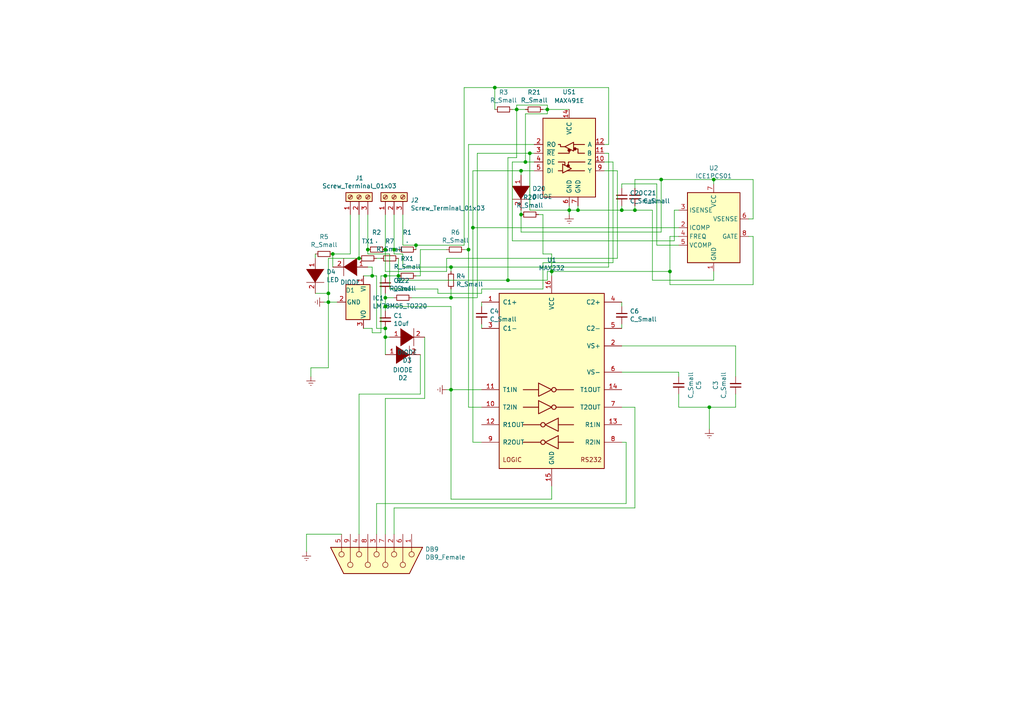
<source format=kicad_sch>
(kicad_sch (version 20230121) (generator eeschema)
  (paper "A4")
  (lib_symbols
    (symbol "6daser-rescue:DB9_Female-Connector" (pin_names (offset 1.016) hide)
      (property "Reference" "J" (at 0 13.97 0))
      (property "Value" "Connector_DB9_Female" (at 0 -14.605 0))
      (symbol "DB9_Female-Connector_0_1"
        (circle (center -1.778 -10.16) (radius 0.762))
        (circle (center -1.778 -5.08) (radius 0.762))
        (circle (center -1.778 0) (radius 0.762))
        (circle (center -1.778 5.08) (radius 0.762))
        (circle (center -1.778 10.16) (radius 0.762))
        (polyline (pts (xy -3.81 -10.16) (xy -2.54 -10.16)))
        (polyline (pts (xy -3.81 -7.62) (xy 0.508 -7.62)))
        (polyline (pts (xy -3.81 -5.08) (xy -2.54 -5.08)))
        (polyline (pts (xy -3.81 -2.54) (xy 0.508 -2.54)))
        (polyline (pts (xy -3.81 0) (xy -2.54 0)))
        (polyline (pts (xy -3.81 2.54) (xy 0.508 2.54)))
        (polyline (pts (xy -3.81 5.08) (xy -2.54 5.08)))
        (polyline (pts (xy -3.81 7.62) (xy 0.508 7.62)))
        (polyline (pts (xy -3.81 10.16) (xy -2.54 10.16)))
        (polyline (pts (xy -3.81 13.335) (xy -3.81 -13.335) (xy 3.81 -9.525) (xy 3.81 9.525) (xy -3.81 13.335)) (stroke (width 0.254)) (fill (type background)))
        (circle (center 1.27 -7.62) (radius 0.762))
        (circle (center 1.27 -2.54) (radius 0.762))
        (circle (center 1.27 2.54) (radius 0.762))
        (circle (center 1.27 7.62) (radius 0.762))
      )
      (symbol "DB9_Female-Connector_1_1"
        (pin passive line (at -7.62 10.16 0) (length 3.81) (name "1") (number "1"))
        (pin passive line (at -7.62 5.08 0) (length 3.81) (name "2") (number "2"))
        (pin passive line (at -7.62 0 0) (length 3.81) (name "3") (number "3"))
        (pin passive line (at -7.62 -5.08 0) (length 3.81) (name "4") (number "4"))
        (pin passive line (at -7.62 -10.16 0) (length 3.81) (name "5") (number "5"))
        (pin passive line (at -7.62 7.62 0) (length 3.81) (name "6") (number "6"))
        (pin passive line (at -7.62 2.54 0) (length 3.81) (name "7") (number "7"))
        (pin passive line (at -7.62 -2.54 0) (length 3.81) (name "8") (number "8"))
        (pin passive line (at -7.62 -7.62 0) (length 3.81) (name "9") (number "9"))
      )
    )
    (symbol "6daser-rescue:DIODE-pspice" (pin_names (offset 1.016) hide)
      (property "Reference" "D" (at 0 3.81 0))
      (property "Value" "pspice_DIODE" (at 0 -4.445 0))
      (symbol "DIODE-pspice_0_1"
        (polyline (pts (xy 1.905 2.54) (xy 1.905 -2.54)))
        (polyline (pts (xy -1.905 2.54) (xy -1.905 -2.54) (xy 1.905 0)) (fill (type outline)))
      )
      (symbol "DIODE-pspice_1_1"
        (pin input line (at -5.08 0 0) (length 3.81) (name "K") (number "1"))
        (pin input line (at 5.08 0 180) (length 3.81) (name "A") (number "2"))
      )
    )
    (symbol "6daser-rescue:MAX491E-Interface_UART" (pin_names (offset 1.016))
      (property "Reference" "U" (at -6.096 11.43 0))
      (property "Value" "Interface_UART_MAX491E" (at 0.762 11.43 0))
      (symbol "MAX491E-Interface_UART_0_1"
        (rectangle (start -7.62 10.16) (end 7.62 -12.7) (stroke (width 0.254)) (fill (type background)))
        (circle (center -0.3048 -3.683) (radius 0.3556) (stroke (width 0.254)) (fill (type outline)))
        (circle (center -0.0254 0.8636) (radius 0.3556) (stroke (width 0.254)) (fill (type outline)))
        (polyline (pts (xy -3.175 -5.08) (xy -1.905 -5.08)) (stroke (width 0.254)))
        (polyline (pts (xy -1.27 -3.2004) (xy -1.27 -3.4544)) (stroke (width 0.254)))
        (polyline (pts (xy -0.635 -5.08) (xy 4.445 -5.08)) (stroke (width 0.254)))
        (polyline (pts (xy 1.27 2.54) (xy 4.445 2.54)) (stroke (width 0.254)))
        (polyline (pts (xy -3.175 -2.54) (xy -1.27 -2.54) (xy -1.27 -3.175)) (stroke (width 0.254)))
        (polyline (pts (xy -0.254 -3.556) (xy -0.254 -2.54) (xy 4.572 -2.54)) (stroke (width 0.254)))
        (polyline (pts (xy 0 0.635) (xy 0 0) (xy -3.175 0)) (stroke (width 0.254)))
        (polyline (pts (xy -1.905 -3.175) (xy -1.905 -5.715) (xy 0.635 -4.445) (xy -1.905 -3.175)) (stroke (width 0.254)))
        (polyline (pts (xy -1.27 1.905) (xy -2.54 1.905) (xy -2.54 2.54) (xy -3.175 2.54)) (stroke (width 0.254)))
        (polyline (pts (xy -1.27 1.905) (xy 1.27 3.175) (xy 1.27 0.635) (xy -1.27 1.905)) (stroke (width 0.254)))
        (polyline (pts (xy 1.905 1.27) (xy 2.54 1.27) (xy 2.54 0) (xy 4.445 0)) (stroke (width 0.254)))
        (circle (center 1.651 1.27) (radius 0.3556) (stroke (width 0.254)) (fill (type outline)))
      )
      (symbol "MAX491E-Interface_UART_1_1"
        (pin no_connect line (at -7.62 7.62 0) (length 2.54) hide (name "NC") (number "1"))
        (pin output line (at 10.16 -2.54 180) (length 2.54) (name "Z") (number "10"))
        (pin input line (at 10.16 0 180) (length 2.54) (name "B") (number "11"))
        (pin input line (at 10.16 2.54 180) (length 2.54) (name "A") (number "12"))
        (pin no_connect line (at 7.62 7.62 180) (length 2.54) hide (name "NC") (number "13"))
        (pin power_in line (at 0 12.7 270) (length 2.54) (name "VCC") (number "14"))
        (pin output line (at -10.16 2.54 0) (length 2.54) (name "RO") (number "2"))
        (pin input line (at -10.16 0 0) (length 2.54) (name "~{RE}") (number "3"))
        (pin input line (at -10.16 -2.54 0) (length 2.54) (name "DE") (number "4"))
        (pin input line (at -10.16 -5.08 0) (length 2.54) (name "DI") (number "5"))
        (pin power_in line (at 0 -15.24 90) (length 2.54) (name "GND") (number "6"))
        (pin power_in line (at 2.54 -15.24 90) (length 2.54) (name "GND") (number "7"))
        (pin no_connect line (at 7.62 -10.16 180) (length 2.54) hide (name "NC") (number "8"))
        (pin output line (at 10.16 -5.08 180) (length 2.54) (name "Y") (number "9"))
      )
    )
    (symbol "Connector:Screw_Terminal_01x03" (pin_names (offset 1.016) hide)
      (property "Reference" "J" (at 0 5.08 0))
      (property "Value" "Screw_Terminal_01x03" (at 0 -5.08 0))
      (symbol "Screw_Terminal_01x03_1_1"
        (rectangle (start -1.27 3.81) (end 1.27 -3.81) (stroke (width 0.254)) (fill (type background)))
        (circle (center 0 -2.54) (radius 0.635) (stroke (width 0.1524)))
        (polyline (pts (xy -0.5334 -2.2098) (xy 0.3302 -3.048)) (stroke (width 0.1524)))
        (polyline (pts (xy -0.5334 0.3302) (xy 0.3302 -0.508)) (stroke (width 0.1524)))
        (polyline (pts (xy -0.5334 2.8702) (xy 0.3302 2.032)) (stroke (width 0.1524)))
        (polyline (pts (xy -0.3556 -2.032) (xy 0.508 -2.8702)) (stroke (width 0.1524)))
        (polyline (pts (xy -0.3556 0.508) (xy 0.508 -0.3302)) (stroke (width 0.1524)))
        (polyline (pts (xy -0.3556 3.048) (xy 0.508 2.2098)) (stroke (width 0.1524)))
        (circle (center 0 0) (radius 0.635) (stroke (width 0.1524)))
        (circle (center 0 2.54) (radius 0.635) (stroke (width 0.1524)))
        (pin passive line (at -5.08 2.54 0) (length 3.81) (name "Pin_1") (number "1"))
        (pin passive line (at -5.08 0 0) (length 3.81) (name "Pin_2") (number "2"))
        (pin passive line (at -5.08 -2.54 0) (length 3.81) (name "Pin_3") (number "3"))
      )
    )
    (symbol "Device:C_Small" (pin_numbers hide) (pin_names (offset 0.254) hide)
      (property "Reference" "C" (at 0.254 1.778 0))
      (property "Value" "C_Small" (at 0.254 -2.032 0))
      (symbol "C_Small_0_1"
        (polyline (pts (xy -1.524 -0.508) (xy 1.524 -0.508)) (stroke (width 0.3302)))
        (polyline (pts (xy -1.524 0.508) (xy 1.524 0.508)) (stroke (width 0.3048)))
      )
      (symbol "C_Small_1_1"
        (pin passive line (at 0 2.54 270) (length 2.032) (name "~") (number "1"))
        (pin passive line (at 0 -2.54 90) (length 2.032) (name "~") (number "2"))
      )
    )
    (symbol "Device:R_Small" (pin_numbers hide) (pin_names (offset 0.254) hide)
      (property "Reference" "R" (at 0.762 0.508 0))
      (property "Value" "R_Small" (at 0.762 -1.016 0))
      (symbol "R_Small_0_1"
        (rectangle (start -0.762 1.778) (end 0.762 -1.778) (stroke (width 0.2032)))
      )
      (symbol "R_Small_1_1"
        (pin passive line (at 0 2.54 270) (length 0.762) (name "~") (number "1"))
        (pin passive line (at 0 -2.54 90) (length 0.762) (name "~") (number "2"))
      )
    )
    (symbol "Interface_UART:MAX232" (pin_names (offset 1.016))
      (property "Reference" "U" (at -2.54 28.575 0))
      (property "Value" "MAX232" (at -2.54 26.67 0))
      (symbol "MAX232_0_0"
        (text "LOGIC" (at -11.43 -22.86 0) (effects (font (size 1.27 1.27))))
        (text "RS232" (at 11.43 -22.86 0) (effects (font (size 1.27 1.27))))
      )
      (symbol "MAX232_0_1"
        (rectangle (start -15.24 -25.4) (end 15.24 25.4) (stroke (width 0.254)) (fill (type background)))
        (circle (center -2.54 -17.78) (radius 0.635) (stroke (width 0.254)))
        (circle (center -2.54 -12.7) (radius 0.635) (stroke (width 0.254)))
        (polyline (pts (xy -3.81 -7.62) (xy -8.255 -7.62)) (stroke (width 0.254)))
        (polyline (pts (xy -3.81 -2.54) (xy -8.255 -2.54)) (stroke (width 0.254)))
        (polyline (pts (xy -3.175 -17.78) (xy -8.255 -17.78)) (stroke (width 0.254)))
        (polyline (pts (xy -3.175 -12.7) (xy -8.255 -12.7)) (stroke (width 0.254)))
        (polyline (pts (xy 1.27 -7.62) (xy 6.35 -7.62)) (stroke (width 0.254)))
        (polyline (pts (xy 1.27 -2.54) (xy 6.35 -2.54)) (stroke (width 0.254)))
        (polyline (pts (xy 1.905 -17.78) (xy 6.35 -17.78)) (stroke (width 0.254)))
        (polyline (pts (xy 1.905 -12.7) (xy 6.35 -12.7)) (stroke (width 0.254)))
        (polyline (pts (xy -3.81 -5.715) (xy -3.81 -9.525) (xy 0 -7.62) (xy -3.81 -5.715)) (stroke (width 0.254)))
        (polyline (pts (xy -3.81 -0.635) (xy -3.81 -4.445) (xy 0 -2.54) (xy -3.81 -0.635)) (stroke (width 0.254)))
        (polyline (pts (xy 1.905 -15.875) (xy 1.905 -19.685) (xy -1.905 -17.78) (xy 1.905 -15.875)) (stroke (width 0.254)))
        (polyline (pts (xy 1.905 -10.795) (xy 1.905 -14.605) (xy -1.905 -12.7) (xy 1.905 -10.795)) (stroke (width 0.254)))
        (circle (center 0.635 -7.62) (radius 0.635) (stroke (width 0.254)))
        (circle (center 0.635 -2.54) (radius 0.635) (stroke (width 0.254)))
      )
      (symbol "MAX232_1_1"
        (pin passive line (at -20.32 22.86 0) (length 5.08) (name "C1+") (number "1"))
        (pin input line (at -20.32 -7.62 0) (length 5.08) (name "T2IN") (number "10"))
        (pin input line (at -20.32 -2.54 0) (length 5.08) (name "T1IN") (number "11"))
        (pin output line (at -20.32 -12.7 0) (length 5.08) (name "R1OUT") (number "12"))
        (pin input line (at 20.32 -12.7 180) (length 5.08) (name "R1IN") (number "13"))
        (pin output line (at 20.32 -2.54 180) (length 5.08) (name "T1OUT") (number "14"))
        (pin power_in line (at 0 -30.48 90) (length 5.08) (name "GND") (number "15"))
        (pin power_in line (at 0 30.48 270) (length 5.08) (name "VCC") (number "16"))
        (pin power_out line (at 20.32 10.16 180) (length 5.08) (name "VS+") (number "2"))
        (pin passive line (at -20.32 15.24 0) (length 5.08) (name "C1-") (number "3"))
        (pin passive line (at 20.32 22.86 180) (length 5.08) (name "C2+") (number "4"))
        (pin passive line (at 20.32 15.24 180) (length 5.08) (name "C2-") (number "5"))
        (pin power_out line (at 20.32 2.54 180) (length 5.08) (name "VS-") (number "6"))
        (pin output line (at 20.32 -7.62 180) (length 5.08) (name "T2OUT") (number "7"))
        (pin input line (at 20.32 -17.78 180) (length 5.08) (name "R2IN") (number "8"))
        (pin output line (at -20.32 -17.78 0) (length 5.08) (name "R2OUT") (number "9"))
      )
    )
    (symbol "Regulator_Controller:ICE1PCS01"
      (property "Reference" "U" (at -7.62 11.43 0))
      (property "Value" "ICE1PCS01" (at 1.27 11.43 0))
      (symbol "ICE1PCS01_0_0"
        (rectangle (start -7.62 10.16) (end 7.62 -10.16) (stroke (width 0.254)) (fill (type background)))
      )
      (symbol "ICE1PCS01_1_1"
        (pin power_in line (at 0 -12.7 90) (length 2.54) (name "GND") (number "1"))
        (pin passive line (at -10.16 0 0) (length 2.54) (name "ICOMP") (number "2"))
        (pin input line (at -10.16 5.08 0) (length 2.54) (name "ISENSE") (number "3"))
        (pin passive line (at -10.16 -2.54 0) (length 2.54) (name "FREQ") (number "4"))
        (pin passive line (at -10.16 -5.08 0) (length 2.54) (name "VCOMP") (number "5"))
        (pin input line (at 10.16 2.54 180) (length 2.54) (name "VSENSE") (number "6"))
        (pin power_in line (at 0 12.7 270) (length 2.54) (name "VCC") (number "7"))
        (pin output line (at 10.16 -2.54 180) (length 2.54) (name "GATE") (number "8"))
      )
    )
    (symbol "Regulator_Linear:LM78M05_TO220" (pin_names (offset 0.254))
      (property "Reference" "U" (at -3.81 3.175 0))
      (property "Value" "LM78M05_TO220" (at 0 3.175 0))
      (symbol "LM78M05_TO220_0_1"
        (rectangle (start -5.08 1.905) (end 5.08 -5.08) (stroke (width 0.254)) (fill (type background)))
      )
      (symbol "LM78M05_TO220_1_1"
        (pin power_in line (at -7.62 0 0) (length 2.54) (name "VI") (number "1"))
        (pin power_in line (at 0 -7.62 90) (length 2.54) (name "GND") (number "2"))
        (pin power_out line (at 7.62 0 180) (length 2.54) (name "VO") (number "3"))
      )
    )
    (symbol "power:Earth" (power) (pin_names (offset 0))
      (symbol "Earth_0_1"
        (polyline (pts (xy -0.635 -1.905) (xy 0.635 -1.905)))
        (polyline (pts (xy -0.127 -2.54) (xy 0.127 -2.54)))
        (polyline (pts (xy 0 -1.27) (xy 0 0)))
        (polyline (pts (xy 1.27 -1.27) (xy -1.27 -1.27)))
      )
      (symbol "Earth_1_1"
        (pin power_in line (at 0 0 270) (length 0) hide (name "Earth") (number "1"))
      )
    )
  )
  (junction (at 167.64 60.96))
  (junction (at 165.1 60.96))
  (junction (at 147.32 81.28))
  (junction (at 191.77 52.07))
  (junction (at 111.76 72.39))
  (junction (at 180.34 60.96))
  (junction (at 107.95 80.01))
  (junction (at 115.57 80.01))
  (junction (at 135.89 72.39))
  (junction (at 184.15 60.96))
  (junction (at 151.13 49.53))
  (junction (at 137.16 66.04))
  (junction (at 151.13 62.23))
  (junction (at 152.4 46.99))
  (junction (at 96.52 73.66))
  (junction (at 111.76 95.25))
  (junction (at 149.86 31.75))
  (junction (at 95.25 87.63))
  (junction (at 130.81 86.36))
  (junction (at 158.75 31.75))
  (junction (at 114.3 72.39))
  (junction (at 106.68 72.39))
  (junction (at 194.31 78.74))
  (junction (at 153.67 44.45))
  (junction (at 130.81 113.03))
  (junction (at 160.02 78.74))
  (junction (at 95.25 85.09))
  (junction (at 111.76 88.9))
  (junction (at 104.14 74.93))
  (junction (at 207.01 52.07))
  (junction (at 120.65 71.12))
  (junction (at 111.76 80.01))
  (junction (at 111.76 97.79))
  (junction (at 205.74 118.11))
  (junction (at 143.51 25.4))
  (junction (at 130.81 77.47))
  (junction (at 111.76 86.36))
  (wire (pts (xy 179.07 49.53) (xy 175.26 49.53)))
  (wire (pts (xy 190.5 53.34) (xy 190.5 71.12)))
  (wire (pts (xy 107.95 77.47) (xy 107.95 80.01)))
  (wire (pts (xy 88.9 154.94) (xy 99.06 154.94)))
  (wire (pts (xy 104.14 114.3) (xy 104.14 154.94)))
  (wire (pts (xy 91.44 73.66) (xy 91.44 74.93)))
  (wire (pts (xy 111.76 80.01) (xy 110.49 80.01)))
  (wire (pts (xy 137.16 128.27) (xy 137.16 66.04)))
  (wire (pts (xy 116.84 77.47) (xy 116.84 73.66)))
  (wire (pts (xy 111.76 85.09) (xy 111.76 86.36)))
  (wire (pts (xy 160.02 78.74) (xy 160.02 80.01)))
  (wire (pts (xy 101.6 62.23) (xy 101.6 73.66)))
  (wire (pts (xy 151.13 67.31) (xy 191.77 67.31)))
  (wire (pts (xy 107.95 96.52) (xy 107.95 95.25)))
  (wire (pts (xy 109.22 80.01) (xy 107.95 80.01)))
  (wire (pts (xy 148.59 46.99) (xy 152.4 46.99)))
  (wire (pts (xy 111.76 78.74) (xy 129.54 78.74)))
  (wire (pts (xy 121.92 102.87) (xy 121.92 114.3)))
  (wire (pts (xy 114.3 147.32) (xy 114.3 154.94)))
  (wire (pts (xy 156.21 62.23) (xy 157.48 62.23)))
  (wire (pts (xy 139.7 85.09) (xy 139.7 83.82)))
  (wire (pts (xy 130.81 77.47) (xy 176.53 77.47)))
  (wire (pts (xy 121.92 80.01) (xy 120.65 80.01)))
  (wire (pts (xy 213.36 100.33) (xy 213.36 109.22)))
  (wire (pts (xy 111.76 154.94) (xy 111.76 115.57)))
  (wire (pts (xy 138.43 44.45) (xy 153.67 44.45)))
  (wire (pts (xy 196.85 66.04) (xy 137.16 66.04)))
  (wire (pts (xy 180.34 54.61) (xy 180.34 53.34)))
  (wire (pts (xy 189.23 81.28) (xy 207.01 81.28)))
  (wire (pts (xy 129.54 78.74) (xy 129.54 74.93)))
  (wire (pts (xy 130.81 88.9) (xy 130.81 113.03)))
  (wire (pts (xy 180.34 100.33) (xy 213.36 100.33)))
  (wire (pts (xy 127 83.82) (xy 127 85.09)))
  (wire (pts (xy 109.22 95.25) (xy 109.22 80.01)))
  (wire (pts (xy 106.68 77.47) (xy 107.95 77.47)))
  (wire (pts (xy 135.89 72.39) (xy 135.89 118.11)))
  (wire (pts (xy 134.62 25.4) (xy 143.51 25.4)))
  (wire (pts (xy 123.19 97.79) (xy 123.19 115.57)))
  (wire (pts (xy 152.4 33.02) (xy 152.4 46.99)))
  (wire (pts (xy 154.94 41.91) (xy 135.89 41.91)))
  (wire (pts (xy 184.15 54.61) (xy 184.15 52.07)))
  (wire (pts (xy 120.65 71.12) (xy 116.84 71.12)))
  (wire (pts (xy 148.59 31.75) (xy 149.86 31.75)))
  (wire (pts (xy 180.34 95.25) (xy 180.34 93.98)))
  (wire (pts (xy 196.85 68.58) (xy 194.31 68.58)))
  (wire (pts (xy 158.75 78.74) (xy 160.02 78.74)))
  (wire (pts (xy 184.15 118.11) (xy 184.15 147.32)))
  (wire (pts (xy 165.1 62.23) (xy 165.1 60.96)))
  (wire (pts (xy 180.34 59.69) (xy 180.34 60.96)))
  (wire (pts (xy 213.36 114.3) (xy 213.36 118.11)))
  (wire (pts (xy 90.17 106.68) (xy 95.25 106.68)))
  (wire (pts (xy 179.07 74.93) (xy 179.07 49.53)))
  (wire (pts (xy 138.43 86.36) (xy 138.43 44.45)))
  (wire (pts (xy 149.86 45.72) (xy 147.32 45.72)))
  (wire (pts (xy 120.65 71.12) (xy 134.62 71.12)))
  (wire (pts (xy 218.44 82.55) (xy 218.44 68.58)))
  (wire (pts (xy 180.34 60.96) (xy 184.15 60.96)))
  (wire (pts (xy 115.57 72.39) (xy 114.3 72.39)))
  (wire (pts (xy 149.86 31.75) (xy 152.4 31.75)))
  (wire (pts (xy 115.57 80.01) (xy 115.57 74.93)))
  (wire (pts (xy 218.44 63.5) (xy 217.17 63.5)))
  (wire (pts (xy 207.01 81.28) (xy 207.01 78.74)))
  (wire (pts (xy 160.02 78.74) (xy 194.31 78.74)))
  (wire (pts (xy 151.13 49.53) (xy 151.13 50.8)))
  (wire (pts (xy 130.81 86.36) (xy 130.81 83.82)))
  (wire (pts (xy 130.81 86.36) (xy 138.43 86.36)))
  (wire (pts (xy 107.95 95.25) (xy 105.41 95.25)))
  (wire (pts (xy 207.01 52.07) (xy 218.44 52.07)))
  (wire (pts (xy 104.14 62.23) (xy 104.14 74.93)))
  (wire (pts (xy 160.02 73.66) (xy 157.48 73.66)))
  (wire (pts (xy 196.85 107.95) (xy 196.85 109.22)))
  (wire (pts (xy 180.34 118.11) (xy 184.15 118.11)))
  (wire (pts (xy 113.03 83.82) (xy 127 83.82)))
  (wire (pts (xy 190.5 71.12) (xy 196.85 71.12)))
  (wire (pts (xy 139.7 128.27) (xy 137.16 128.27)))
  (wire (pts (xy 110.49 96.52) (xy 107.95 96.52)))
  (wire (pts (xy 114.3 147.32) (xy 184.15 147.32)))
  (wire (pts (xy 139.7 88.9) (xy 139.7 87.63)))
  (wire (pts (xy 218.44 52.07) (xy 218.44 63.5)))
  (wire (pts (xy 129.54 74.93) (xy 179.07 74.93)))
  (wire (pts (xy 189.23 60.96) (xy 189.23 81.28)))
  (wire (pts (xy 104.14 74.93) (xy 95.25 74.93)))
  (wire (pts (xy 165.1 59.69) (xy 165.1 60.96)))
  (wire (pts (xy 151.13 60.96) (xy 151.13 62.23)))
  (wire (pts (xy 106.68 73.66) (xy 113.03 73.66)))
  (wire (pts (xy 139.7 95.25) (xy 139.7 93.98)))
  (wire (pts (xy 205.74 118.11) (xy 205.74 124.46)))
  (wire (pts (xy 106.68 62.23) (xy 106.68 72.39)))
  (wire (pts (xy 195.58 60.96) (xy 195.58 69.85)))
  (wire (pts (xy 194.31 78.74) (xy 194.31 82.55)))
  (wire (pts (xy 109.22 146.05) (xy 181.61 146.05)))
  (wire (pts (xy 158.75 31.75) (xy 158.75 33.02)))
  (wire (pts (xy 130.81 113.03) (xy 139.7 113.03)))
  (wire (pts (xy 115.57 81.28) (xy 147.32 81.28)))
  (wire (pts (xy 127 85.09) (xy 139.7 85.09)))
  (wire (pts (xy 194.31 82.55) (xy 218.44 82.55)))
  (wire (pts (xy 111.76 90.17) (xy 111.76 88.9)))
  (wire (pts (xy 180.34 107.95) (xy 196.85 107.95)))
  (wire (pts (xy 213.36 118.11) (xy 205.74 118.11)))
  (wire (pts (xy 196.85 118.11) (xy 196.85 114.3)))
  (wire (pts (xy 177.8 76.2) (xy 177.8 46.99)))
  (wire (pts (xy 191.77 52.07) (xy 207.01 52.07)))
  (wire (pts (xy 116.84 73.66) (xy 114.3 73.66)))
  (wire (pts (xy 88.9 154.94) (xy 88.9 160.02)))
  (wire (pts (xy 149.86 30.48) (xy 158.75 30.48)))
  (wire (pts (xy 153.67 44.45) (xy 154.94 44.45)))
  (wire (pts (xy 194.31 68.58) (xy 194.31 78.74)))
  (wire (pts (xy 115.57 81.28) (xy 115.57 80.01)))
  (wire (pts (xy 158.75 33.02) (xy 152.4 33.02)))
  (wire (pts (xy 111.76 86.36) (xy 114.3 86.36)))
  (wire (pts (xy 167.64 60.96) (xy 180.34 60.96)))
  (wire (pts (xy 114.3 62.23) (xy 114.3 72.39)))
  (wire (pts (xy 130.81 144.78) (xy 160.02 144.78)))
  (wire (pts (xy 148.59 69.85) (xy 148.59 46.99)))
  (wire (pts (xy 143.51 25.4) (xy 143.51 31.75)))
  (wire (pts (xy 176.53 77.47) (xy 176.53 44.45)))
  (wire (pts (xy 130.81 78.74) (xy 130.81 77.47)))
  (wire (pts (xy 165.1 60.96) (xy 167.64 60.96)))
  (wire (pts (xy 158.75 31.75) (xy 157.48 31.75)))
  (wire (pts (xy 180.34 53.34) (xy 190.5 53.34)))
  (wire (pts (xy 104.14 114.3) (xy 121.92 114.3)))
  (wire (pts (xy 181.61 128.27) (xy 181.61 146.05)))
  (wire (pts (xy 134.62 72.39) (xy 135.89 72.39)))
  (wire (pts (xy 184.15 59.69) (xy 184.15 60.96)))
  (wire (pts (xy 113.03 97.79) (xy 111.76 97.79)))
  (wire (pts (xy 151.13 49.53) (xy 154.94 49.53)))
  (wire (pts (xy 137.16 66.04) (xy 137.16 49.53)))
  (wire (pts (xy 90.17 109.22) (xy 90.17 106.68)))
  (wire (pts (xy 191.77 67.31) (xy 191.77 52.07)))
  (wire (pts (xy 218.44 68.58) (xy 217.17 68.58)))
  (wire (pts (xy 95.25 106.68) (xy 95.25 87.63)))
  (wire (pts (xy 157.48 83.82) (xy 157.48 76.2)))
  (wire (pts (xy 109.22 146.05) (xy 109.22 154.94)))
  (wire (pts (xy 160.02 78.74) (xy 160.02 73.66)))
  (wire (pts (xy 176.53 44.45) (xy 175.26 44.45)))
  (wire (pts (xy 147.32 81.28) (xy 158.75 81.28)))
  (wire (pts (xy 130.81 77.47) (xy 116.84 77.47)))
  (wire (pts (xy 106.68 72.39) (xy 106.68 73.66)))
  (wire (pts (xy 196.85 60.96) (xy 195.58 60.96)))
  (wire (pts (xy 116.84 62.23) (xy 116.84 71.12)))
  (wire (pts (xy 110.49 80.01) (xy 110.49 96.52)))
  (wire (pts (xy 111.76 97.79) (xy 111.76 102.87)))
  (wire (pts (xy 111.76 88.9) (xy 130.81 88.9)))
  (wire (pts (xy 95.25 87.63) (xy 97.79 87.63)))
  (wire (pts (xy 149.86 31.75) (xy 149.86 45.72)))
  (wire (pts (xy 157.48 62.23) (xy 157.48 73.66)))
  (wire (pts (xy 157.48 76.2) (xy 177.8 76.2)))
  (wire (pts (xy 95.25 74.93) (xy 95.25 85.09)))
  (wire (pts (xy 176.53 41.91) (xy 176.53 25.4)))
  (wire (pts (xy 96.52 73.66) (xy 101.6 73.66)))
  (wire (pts (xy 149.86 31.75) (xy 149.86 30.48)))
  (wire (pts (xy 119.38 86.36) (xy 130.81 86.36)))
  (wire (pts (xy 153.67 60.96) (xy 165.1 60.96)))
  (wire (pts (xy 177.8 46.99) (xy 175.26 46.99)))
  (wire (pts (xy 111.76 95.25) (xy 109.22 95.25)))
  (wire (pts (xy 134.62 71.12) (xy 134.62 25.4)))
  (wire (pts (xy 129.54 113.03) (xy 130.81 113.03)))
  (wire (pts (xy 120.65 72.39) (xy 120.65 71.12)))
  (wire (pts (xy 207.01 52.07) (xy 207.01 53.34)))
  (wire (pts (xy 135.89 41.91) (xy 135.89 72.39)))
  (wire (pts (xy 152.4 46.99) (xy 154.94 46.99)))
  (wire (pts (xy 111.76 88.9) (xy 111.76 86.36)))
  (wire (pts (xy 93.98 87.63) (xy 95.25 87.63)))
  (wire (pts (xy 130.81 113.03) (xy 130.81 144.78)))
  (wire (pts (xy 96.52 77.47) (xy 96.52 73.66)))
  (wire (pts (xy 91.44 85.09) (xy 95.25 85.09)))
  (wire (pts (xy 110.49 74.93) (xy 109.22 74.93)))
  (wire (pts (xy 111.76 72.39) (xy 111.76 78.74)))
  (wire (pts (xy 184.15 52.07) (xy 191.77 52.07)))
  (wire (pts (xy 111.76 62.23) (xy 111.76 72.39)))
  (wire (pts (xy 160.02 144.78) (xy 160.02 140.97)))
  (wire (pts (xy 114.3 73.66) (xy 114.3 72.39)))
  (wire (pts (xy 135.89 118.11) (xy 139.7 118.11)))
  (wire (pts (xy 151.13 62.23) (xy 151.13 67.31)))
  (wire (pts (xy 129.54 72.39) (xy 121.92 72.39)))
  (wire (pts (xy 176.53 25.4) (xy 143.51 25.4)))
  (wire (pts (xy 111.76 97.79) (xy 111.76 95.25)))
  (wire (pts (xy 205.74 118.11) (xy 196.85 118.11)))
  (wire (pts (xy 95.25 85.09) (xy 95.25 87.63)))
  (wire (pts (xy 121.92 72.39) (xy 121.92 80.01)))
  (wire (pts (xy 167.64 60.96) (xy 167.64 59.69)))
  (wire (pts (xy 139.7 83.82) (xy 157.48 83.82)))
  (wire (pts (xy 111.76 115.57) (xy 123.19 115.57)))
  (wire (pts (xy 147.32 45.72) (xy 147.32 81.28)))
  (wire (pts (xy 113.03 73.66) (xy 113.03 83.82)))
  (wire (pts (xy 158.75 81.28) (xy 158.75 78.74)))
  (wire (pts (xy 180.34 128.27) (xy 181.61 128.27)))
  (wire (pts (xy 158.75 30.48) (xy 158.75 31.75)))
  (wire (pts (xy 111.76 80.01) (xy 115.57 80.01)))
  (wire (pts (xy 137.16 49.53) (xy 151.13 49.53)))
  (wire (pts (xy 175.26 41.91) (xy 176.53 41.91)))
  (wire (pts (xy 180.34 87.63) (xy 180.34 88.9)))
  (wire (pts (xy 165.1 31.75) (xy 158.75 31.75)))
  (wire (pts (xy 107.95 80.01) (xy 105.41 80.01)))
  (wire (pts (xy 184.15 60.96) (xy 189.23 60.96)))
  (wire (pts (xy 153.67 44.45) (xy 153.67 60.96)))
  (wire (pts (xy 195.58 69.85) (xy 148.59 69.85)))
  (symbol (lib_id "Device:C_Small") (at 196.85 111.76 0) (unit 1)
    (property "Reference" "C5" (at 202.6666 111.76 90))
    (property "Value" "C_Small" (at 200.3552 111.76 90))
    (property "Footprint" "Capacitor_SMD:C_0805_2012Metric_Pad1.18x1.45mm_HandSolder" (effects hide))
  )
  (symbol (lib_id "Device:C_Small") (at 213.36 111.76 180) (unit 1)
    (property "Reference" "C3" (at 207.5434 111.76 90))
    (property "Value" "C_Small" (at 209.8548 111.76 90))
    (property "Footprint" "Capacitor_SMD:C_0805_2012Metric_Pad1.18x1.45mm_HandSolder" (effects hide))
  )
  (symbol (lib_id "Regulator_Linear:LM78M05_TO220") (at 105.41 87.63 270) (unit 1)
    (property "Reference" "IC1" (at 108.077 86.4616 90) (effects (justify left)))
    (property "Value" "LM78M05_TO220" (at 108.077 88.773 90) (effects (justify left)))
    (property "Footprint" "Package_TO_SOT_SMD:TO-252-2" (effects hide))
    (property "Datasheet" "https://www.onsemi.com/pub/Collateral/MC78M00-D.PDF" (effects hide))
  )
  (symbol (lib_id "Device:R_Small") (at 106.68 74.93 90) (unit 1)
    (property "Reference" "TX1" (at 106.68 69.9516 90))
    (property "Value" "." (at 106.68 72.263 90))
    (property "Footprint" "LED_SMD:LED_0805_2012Metric_Pad1.15x1.40mm_HandSolder" (effects hide))
  )
  (symbol (lib_id "Device:R_Small") (at 113.03 74.93 270) (unit 1)
    (property "Reference" "R7" (at 113.03 69.9516 90))
    (property "Value" "R_Small" (at 113.03 72.263 90))
    (property "Footprint" "Resistor_SMD:R_1206_3216Metric_Pad1.30x1.75mm_HandSolder" (effects hide))
  )
  (symbol (lib_id "Device:R_Small") (at 118.11 80.01 270) (unit 1)
    (property "Reference" "RX1" (at 118.11 75.0316 90))
    (property "Value" "R_Small" (at 118.11 77.343 90))
    (property "Footprint" "LED_SMD:LED_0805_2012Metric_Pad1.15x1.40mm_HandSolder" (effects hide))
  )
  (symbol (lib_id "Device:C_Small") (at 111.76 82.55 0) (unit 1)
    (property "Reference" "C2" (at 114.0968 81.3816 0) (effects (justify left)))
    (property "Value" "0.1uf" (at 114.0968 83.693 0) (effects (justify left)))
    (property "Footprint" "Capacitor_SMD:C_0805_2012Metric_Pad1.18x1.45mm_HandSolder" (effects hide))
  )
  (symbol (lib_id "Device:C_Small") (at 111.76 92.71 0) (unit 1)
    (property "Reference" "C1" (at 114.0968 91.5416 0) (effects (justify left)))
    (property "Value" "10uf" (at 114.0968 93.853 0) (effects (justify left)))
    (property "Footprint" "Capacitor_SMD:C_0805_2012Metric_Pad1.18x1.45mm_HandSolder" (effects hide))
  )
  (symbol (lib_id "Device:R_Small") (at 116.84 86.36 90) (unit 1)
    (property "Reference" "R22" (at 116.84 81.3816 90))
    (property "Value" "R_Small" (at 116.84 83.693 90))
    (property "Footprint" "Resistor_SMD:R_1206_3216Metric_Pad1.30x1.75mm_HandSolder" (effects hide))
  )
  (symbol (lib_id "6daser-rescue:DIODE-pspice") (at 91.44 80.01 270) (unit 1)
    (property "Reference" "D4" (at 94.6912 78.8416 90) (effects (justify left)))
    (property "Value" "LED" (at 94.6912 81.153 90) (effects (justify left)))
    (property "Footprint" "LED_SMD:LED_0805_2012Metric_Pad1.15x1.40mm_HandSolder" (effects hide))
  )
  (symbol (lib_id "6daser-rescue:DIODE-pspice") (at 101.6 77.47 180) (unit 1)
    (property "Reference" "D1" (at 101.6 84.201 0))
    (property "Value" "DIODE" (at 101.6 81.8896 0))
    (property "Footprint" "Diode_SMD:D_MELF" (effects hide))
  )
  (symbol (lib_id "Device:R_Small") (at 93.98 73.66 90) (unit 1)
    (property "Reference" "R5" (at 93.98 68.6816 90))
    (property "Value" "R_Small" (at 93.98 70.993 90))
    (property "Footprint" "Resistor_SMD:R_1206_3216Metric_Pad1.30x1.75mm_HandSolder" (effects hide))
  )
  (symbol (lib_id "6daser-rescue:DIODE-pspice") (at 118.11 97.79 0) (unit 1)
    (property "Reference" "D3" (at 118.11 104.521 0))
    (property "Value" "DIODE" (at 118.11 102.2096 0))
    (property "Footprint" "Diode_SMD:D_MELF" (effects hide))
  )
  (symbol (lib_id "6daser-rescue:DIODE-pspice") (at 116.84 102.87 0) (unit 1)
    (property "Reference" "D2" (at 116.84 109.601 0))
    (property "Value" "DIODE" (at 116.84 107.2896 0))
    (property "Footprint" "Diode_SMD:D_MELF" (effects hide))
  )
  (symbol (lib_id "Interface_UART:MAX232") (at 160.02 110.49 0) (unit 1)
    (property "Reference" "U1" (at 160.02 75.4126 0))
    (property "Value" "MAX232" (at 160.02 77.724 0))
    (property "Footprint" "Package_SO:SOIC-16_3.9x9.9mm_P1.27mm" (effects hide))
    (property "Datasheet" "http://www.ti.com/lit/ds/symlink/max232.pdf" (effects hide))
  )
  (symbol (lib_id "Device:C_Small") (at 139.7 91.44 0) (unit 1)
    (property "Reference" "C4" (at 142.0368 90.2716 0) (effects (justify left)))
    (property "Value" "C_Small" (at 142.0368 92.583 0) (effects (justify left)))
    (property "Footprint" "Capacitor_SMD:C_0805_2012Metric_Pad1.18x1.45mm_HandSolder" (effects hide))
  )
  (symbol (lib_id "Device:C_Small") (at 180.34 91.44 0) (unit 1)
    (property "Reference" "C6" (at 182.6768 90.2716 0) (effects (justify left)))
    (property "Value" "C_Small" (at 182.6768 92.583 0) (effects (justify left)))
    (property "Footprint" "Capacitor_SMD:C_0805_2012Metric_Pad1.18x1.45mm_HandSolder" (effects hide))
  )
  (symbol (lib_id "6daser-rescue:MAX491E-Interface_UART") (at 165.1 44.45 0) (unit 1)
    (property "Reference" "US1" (at 165.1 26.67 0))
    (property "Value" "MAX491E" (at 165.1 29.21 0))
    (property "Footprint" "Package_SO:SOIC-14_3.9x8.7mm_P1.27mm" (effects hide))
    (property "Datasheet" "https://datasheets.maximintegrated.com/en/ds/MAX1487E-MAX491E.pdf" (effects hide))
  )
  (symbol (lib_id "Regulator_Controller:ICE1PCS01") (at 207.01 66.04 0) (unit 1)
    (property "Reference" "U2" (at 207.01 48.7426 0))
    (property "Value" "ICE1PCS01" (at 207.01 51.054 0))
    (property "Footprint" "Package_SO:SOIC-8_3.9x4.9mm_P1.27mm" (effects hide))
    (property "Datasheet" "https://www.infineon.com/dgdl/Infineon-ICE1PCS01-DS-v01_03-en.pdf?fileId=db3a304412b407950112b427c6f13cc7" (effects hide))
  )
  (symbol (lib_id "power:Earth") (at 129.54 113.03 270) (unit 1)
    (property "Reference" "#PWR0101" (effects hide))
    (property "Value" "Earth" (effects hide))
  )
  (symbol (lib_id "power:Earth") (at 93.98 87.63 270) (unit 1)
    (property "Reference" "#PWR0102" (effects hide))
    (property "Value" "Earth" (effects hide))
  )
  (symbol (lib_id "Device:R_Small") (at 132.08 72.39 90) (unit 1)
    (property "Reference" "R6" (at 132.08 67.4116 90))
    (property "Value" "R_Small" (at 132.08 69.723 90))
    (property "Footprint" "Resistor_SMD:R_1206_3216Metric_Pad1.30x1.75mm_HandSolder" (effects hide))
  )
  (symbol (lib_id "Connector:Screw_Terminal_01x03") (at 104.14 57.15 90) (unit 1)
    (property "Reference" "J1" (at 104.2416 51.6382 90))
    (property "Value" "Screw_Terminal_01x03" (at 104.2416 53.9496 90))
    (property "Footprint" "TerminalBlock:TerminalBlock_bornier-3_P5.08mm" (effects hide))
  )
  (symbol (lib_id "Connector:Screw_Terminal_01x03") (at 114.3 57.15 90) (unit 1)
    (property "Reference" "J2" (at 119.0752 58.0644 90) (effects (justify right)))
    (property "Value" "Screw_Terminal_01x03" (at 119.0752 60.3758 90) (effects (justify right)))
    (property "Footprint" "TerminalBlock:TerminalBlock_bornier-3_P5.08mm" (effects hide))
  )
  (symbol (lib_id "power:Earth") (at 165.1 62.23 0) (unit 1)
    (property "Reference" "#PWR0103" (effects hide))
    (property "Value" "Earth" (effects hide))
  )
  (symbol (lib_id "Device:C_Small") (at 180.34 57.15 0) (unit 1)
    (property "Reference" "C20" (at 182.6768 55.9816 0) (effects (justify left)))
    (property "Value" "C_Small" (at 182.6768 58.293 0) (effects (justify left)))
    (property "Footprint" "Capacitor_SMD:C_0805_2012Metric_Pad1.18x1.45mm_HandSolder" (effects hide))
  )
  (symbol (lib_id "Device:C_Small") (at 184.15 57.15 0) (unit 1)
    (property "Reference" "C21" (at 186.4868 55.9816 0) (effects (justify left)))
    (property "Value" "C_Small" (at 186.4868 58.293 0) (effects (justify left)))
    (property "Footprint" "Capacitor_SMD:C_0805_2012Metric_Pad1.18x1.45mm_HandSolder" (effects hide))
  )
  (symbol (lib_id "Device:R_Small") (at 130.81 81.28 180) (unit 1)
    (property "Reference" "R4" (at 132.3086 80.1116 0) (effects (justify right)))
    (property "Value" "R_Small" (at 132.3086 82.423 0) (effects (justify right)))
    (property "Footprint" "Resistor_SMD:R_1206_3216Metric_Pad1.30x1.75mm_HandSolder" (effects hide))
  )
  (symbol (lib_id "Device:R_Small") (at 118.11 72.39 90) (unit 1)
    (property "Reference" "R1" (at 118.11 67.4116 90))
    (property "Value" "." (at 118.11 69.723 90))
    (property "Footprint" "Resistor_SMD:R_1206_3216Metric_Pad1.30x1.75mm_HandSolder" (effects hide))
  )
  (symbol (lib_id "Device:R_Small") (at 109.22 72.39 90) (unit 1)
    (property "Reference" "R2" (at 109.22 67.4116 90))
    (property "Value" "." (at 109.22 69.723 90))
    (property "Footprint" "Resistor_SMD:R_1206_3216Metric_Pad1.30x1.75mm_HandSolder" (effects hide))
  )
  (symbol (lib_id "6daser-rescue:DIODE-pspice") (at 151.13 55.88 270) (unit 1)
    (property "Reference" "D20" (at 154.3812 54.7116 90) (effects (justify left)))
    (property "Value" "DIODE" (at 154.3812 57.023 90) (effects (justify left)))
    (property "Footprint" "Diode_SMD:D_SMA" (effects hide))
  )
  (symbol (lib_id "Device:R_Small") (at 153.67 62.23 270) (unit 1)
    (property "Reference" "R20" (at 153.67 57.2516 90))
    (property "Value" "R_Small" (at 153.67 59.563 90))
    (property "Footprint" "Resistor_SMD:R_1206_3216Metric_Pad1.30x1.75mm_HandSolder" (effects hide))
  )
  (symbol (lib_id "Device:R_Small") (at 154.94 31.75 90) (unit 1)
    (property "Reference" "R21" (at 154.94 26.7716 90))
    (property "Value" "R_Small" (at 154.94 29.083 90))
    (property "Footprint" "Resistor_SMD:R_1206_3216Metric_Pad1.30x1.75mm_HandSolder" (effects hide))
  )
  (symbol (lib_id "Device:R_Small") (at 146.05 31.75 90) (unit 1)
    (property "Reference" "R3" (at 146.05 26.7716 90))
    (property "Value" "R_Small" (at 146.05 29.083 90))
    (property "Footprint" "Resistor_SMD:R_1206_3216Metric_Pad1.30x1.75mm_HandSolder" (effects hide))
  )
  (symbol (lib_id "6daser-rescue:DB9_Female-Connector") (at 109.22 162.56 270) (unit 1)
    (property "Reference" "DB9" (at 123.317 159.3088 90) (effects (justify left)))
    (property "Value" "DB9_Female" (at 123.317 161.6202 90) (effects (justify left)))
    (property "Footprint" "Connector_Dsub:DSUB-9_Female_EdgeMount_P2.77mm" (effects hide))
    (property "Datasheet" " ~" (effects hide))
  )
  (symbol (lib_id "power:Earth") (at 90.17 109.22 0) (unit 1)
    (property "Reference" "#PWR02" (effects hide))
    (property "Value" "Earth" (effects hide))
  )
  (symbol (lib_id "power:Earth") (at 88.9 160.02 0) (unit 1)
    (property "Reference" "#PWR01" (effects hide))
    (property "Value" "Earth" (effects hide))
  )
  (symbol (lib_id "power:Earth") (at 205.74 124.46 0) (unit 1)
    (property "Reference" "#PWR03" (effects hide))
    (property "Value" "Earth" (effects hide))
  )
)
</source>
